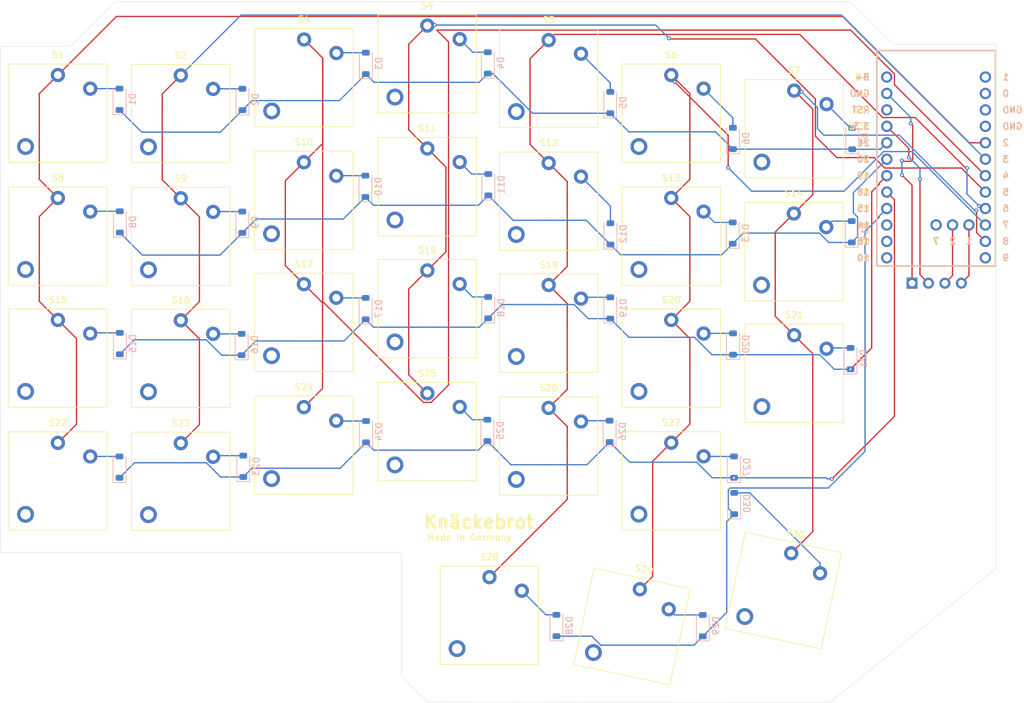
<source format=kicad_pcb>
(kicad_pcb (version 20241229) (generator "pcbnew") (generator_version "9.0")
  (layers (0 "F.Cu" signal) (2 "B.Cu" signal) (13 "F.Paste" user) (15 "B.Paste" user) (5 "F.SilkS" user "F.Silkscreen") (7 "B.SilkS" user "B.Silkscreen") (1 "F.Mask" user) (3 "B.Mask" user) (25 "Edge.Cuts" user))
  (net 0 "")
  (net 1 "Net-(D1-A)")
  (net 2 "Row_0_L")
  (net 3 "Net-(D2-A)")
  (net 4 "Net-(D3-A)")
  (net 5 "Net-(D4-A)")
  (net 6 "Net-(D5-A)")
  (net 7 "Net-(D6-A)")
  (net 8 "Net-(D7-A)")
  (net 9 "Net-(D8-A)")
  (net 10 "Row_1_L")
  (net 11 "Net-(D9-A)")
  (net 12 "Net-(D10-A)")
  (net 13 "Net-(D11-A)")
  (net 14 "Net-(D12-A)")
  (net 15 "Net-(D13-A)")
  (net 16 "Net-(D14-A)")
  (net 17 "Net-(D15-A)")
  (net 18 "Row_2_L")
  (net 19 "Net-(D16-A)")
  (net 20 "Net-(D17-A)")
  (net 21 "Net-(D18-A)")
  (net 22 "Net-(D19-A)")
  (net 23 "Net-(D20-A)")
  (net 24 "Net-(D21-A)")
  (net 25 "Net-(D22-A)")
  (net 26 "Row_3_L")
  (net 27 "Net-(D23-A)")
  (net 28 "Net-(D24-A)")
  (net 29 "Net-(D25-A)")
  (net 30 "Net-(D26-A)")
  (net 31 "Net-(D27-A)")
  (net 32 "Row_4_L")
  (net 33 "Net-(D28-A)")
  (net 34 "Net-(D29-A)")
  (net 35 "Net-(D30-A)")
  (net 36 "Col_0_L")
  (net 37 "Col_1_L")
  (net 38 "Col_2_L")
  (net 39 "Col_3_L")
  (net 40 "Col_4_L")
  (net 41 "Col_5_L")
  (net 42 "Col_6_L")
  (net 45 "SCL")
  (net 46 "GND")
  (net 48 "VCC")
  (net 50 "SDA")
  (footprint "ScottoKeebs_Choc:Choc_V2" (layer "F.Cu") (at 107.75 104.625)
    (property "Reference" "S24")
    (property "Value" "Keyswitch")
  )
  (footprint "ScottoKeebs_Choc:Choc_V2" (layer "F.Cu") (at 88.725 72.35)
    (property "Reference" "S9")
    (property "Value" "Keyswitch")
  )
  (footprint "ScottoKeebs_Choc:Choc_V2" (layer "F.Cu") (at 145.575 66.9)
    (property "Reference" "S12")
    (property "Value" "Keyswitch")
  )
  (footprint "ScottoKeebs_Choc:Choc_V2" (layer "F.Cu") (at 183.475 74.7)
    (property "Reference" "S14")
    (property "Value" "Keyswitch")
  )
  (footprint "ScottoKeebs_Choc:Choc_V2" (layer "F.Cu") (at 126.825 64.65)
    (property "Reference" "S11")
    (property "Value" "Keyswitch")
  )
  (footprint "ScottoKeebs_Choc:Choc_V2" (layer "F.Cu") (at 88.725 110.2)
    (property "Reference" "S23")
    (property "Value" "Keyswitch")
  )
  (footprint "ScottoKeebs_Choc:Choc_V2" (layer "F.Cu") (at 164.525 91.15)
    (property "Reference" "S20")
    (property "Value" "Keyswitch")
  )
  (footprint "ScottoKeebs_Choc:Choc_V2" (layer "F.Cu") (at 183.525 55.7)
    (property "Reference" "S7")
    (property "Value" "Keyswitch")
  )
  (footprint "ScottoKeebs_Choc:Choc_V2" (layer "F.Cu") (at 164.525 72.3)
    (property "Reference" "S13")
    (property "Value" "Keyswitch")
  )
  (footprint "ScottoKeebs_Choc:Choc_V2" (layer "F.Cu") (at 107.75 66.775)
    (property "Reference" "S10")
    (property "Value" "Keyswitch")
  )
  (footprint "ScottoKeebs_Choc:Choc_V2" (layer "F.Cu") (at 145.575 47.9)
    (property "Reference" "S5")
    (property "Value" "Keyswitch")
  )
  (footprint "ScottoKeebs_Choc:Choc_V2" (layer "F.Cu") (at 158.457294 132.645858 -11.94)
    (property "Reference" "S29")
    (property "Value" "Keyswitch")
  )
  (footprint "ScottoKeebs_Choc:Choc_V2" (layer "F.Cu") (at 126.825 102.5)
    (property "Reference" "S25")
    (property "Value" "Keyswitch")
  )
  (footprint "ScottoKeebs_Choc:Choc_V2" (layer "F.Cu") (at 107.775 47.8)
    (property "Reference" "S4")
    (property "Value" "Keyswitch")
  )
  (footprint "ScottoKeebs_Choc:Choc_V2" (layer "F.Cu") (at 126.825 83.5)
    (property "Reference" "S18")
    (property "Value" "Keyswitch")
  )
  (footprint "ScottoKeebs_Choc:Choc_V2" (layer "F.Cu") (at 136.425 130.9)
    (property "Reference" "S28")
    (property "Value" "Keyswitch")
  )
  (footprint "ScottoKeebs_Choc:Choc_V2" (layer "F.Cu") (at 88.725 91.2)
    (property "Reference" "S16")
    (property "Value" "Keyswitch")
  )
  (footprint "ScottoKeebs_Choc:Choc_V2" (layer "F.Cu") (at 164.525 53.3)
    (property "Reference" "S6")
    (property "Value" "Keyswitch")
  )
  (footprint "ScottoKeebs_Choc:Choc_V2" (layer "F.Cu") (at 183.525 93.5)
    (property "Reference" "S21")
    (property "Value" "Keyswitch")
  )
  (footprint "ScottoKeebs_Choc:Choc_V2" (layer "F.Cu") (at 69.725 91.15)
    (property "Reference" "S15")
    (property "Value" "Keyswitch")
  )
  (footprint "ScottoKeebs_Components:OLED_128x32" (layer "F.Cu") (at 211.54 77.97 -90)
    (property "Reference" "J1" (hide yes))
    (property "Value" "OLED_128x32")
  )
  (footprint "ScottoKeebs_Choc:Choc_V2" (layer "F.Cu") (at 181.847004 127.08335 -11.94)
    (property "Reference" "S30")
    (property "Value" "Keyswitch")
  )
  (footprint "ScottoKeebs_Choc:Choc_V2" (layer "F.Cu") (at 69.725 72.3)
    (property "Reference" "S8")
    (property "Value" "Keyswitch")
  )
  (footprint "ScottoKeebs_Choc:Choc_V2" (layer "F.Cu") (at 107.75 85.625)
    (property "Reference" "S17")
    (property "Value" "Keyswitch")
  )
  (footprint "ScottoKeebs_Choc:Choc_V2" (layer "F.Cu") (at 88.725 53.35)
    (property "Reference" "S2")
    (property "Value" "Keyswitch")
  )
  (footprint "ScottoKeebs_Choc:Choc_V2" (layer "F.Cu") (at 126.825 45.65)
    (property "Reference" "S4")
    (property "Value" "Keyswitch")
  )
  (footprint "ScottoKeebs_Choc:Choc_V2" (layer "F.Cu") (at 164.525 110.125)
    (property "Reference" "S27")
    (property "Value" "Keyswitch")
  )
  (footprint "ScottoKeebs_Choc:Choc_V2" (layer "F.Cu") (at 145.575 104.75)
    (property "Reference" "S26")
    (property "Value" "Keyswitch")
  )
  (footprint "ScottoKeebs_Choc:Choc_V2" (layer "F.Cu") (at 69.725 110.15)
    (property "Reference" "S22")
    (property "Value" "Keyswitch")
  )
  (footprint "ScottoKeebs_Choc:Choc_V2" (layer "F.Cu") (at 145.575 85.75)
    (property "Reference" "S19")
    (property "Value" "Keyswitch")
  )
  (footprint "ScottoKeebs_Choc:Choc_V2" (layer "F.Cu") (at 69.725 53.3)
    (property "Reference" "S1")
    (property "Value" "Keyswitch")
  )
  (footprint "Diode_SMD:D_SOD-123" (layer "B.Cu") (at 192.225 91.225 90)
    (property "Reference" "D21")
    (property "Value" "Diode")
  )
  (footprint "Diode_SMD:D_SOD-123" (layer "B.Cu") (at 79.25 51.15 90)
    (property "Reference" "D1")
    (property "Value" "Diode")
  )
  (footprint "Diode_SMD:D_SOD-123" (layer "B.Cu") (at 155.1 83.4 90)
    (property "Reference" "D19")
    (property "Value" "Diode")
  )
  (footprint "Diode_SMD:D_SOD-123" (layer "B.Cu") (at 117.325 45.6 90)
    (property "Reference" "D3")
    (property "Value" "Diode")
  )
  (footprint "Diode_SMD:D_SOD-123" (layer "B.Cu") (at 79.25 108 90)
    (property "Reference" "D22" (hide yes))
    (property "Value" "Diode")
  )
  (footprint "Diode_SMD:D_SOD-123" (layer "B.Cu") (at 117.35 102.525 90)
    (property "Reference" "D24")
    (property "Value" "Diode")
  )
  (footprint "ScottoKeebs_MCU:Nice_Nano_V2" (layer "B.Cu") (at 205.46 61.4 180)
    (property "Reference" "U1" (hide yes))
    (property "Value" "Nice_Nano_V2" (hide yes))
  )
  (footprint "Diode_SMD:D_SOD-123" (layer "B.Cu") (at 169.4 132.5 90)
    (property "Reference" "D29")
    (property "Value" "Diode")
  )
  (footprint "Diode_SMD:D_SOD-123" (layer "B.Cu") (at 192.5 57.225 90)
    (property "Reference" "D7")
    (property "Value" "Diode")
  )
  (footprint "Diode_SMD:D_SOD-123" (layer "B.Cu") (at 174.075 88.975 90)
    (property "Reference" "D20")
    (property "Value" "Diode")
  )
  (footprint "Diode_SMD:D_SOD-123" (layer "B.Cu") (at 98.225 70.15 90)
    (property "Reference" "D9")
    (property "Value" "Diode")
  )
  (footprint "Diode_SMD:D_SOD-123" (layer "B.Cu") (at 136.25 64.35 90)
    (property "Reference" "D11")
    (property "Value" "Diode")
  )
  (footprint "Diode_SMD:D_SOD-123" (layer "B.Cu") (at 136.1 102.325 90)
    (property "Reference" "D25")
    (property "Value" "Diode")
  )
  (footprint "Diode_SMD:D_SOD-123" (layer "B.Cu") (at 136.175 45.525 90)
    (property "Reference" "D4")
    (property "Value" "Diode")
  )
  (footprint "Diode_SMD:D_SOD-123" (layer "B.Cu") (at 98.25 51.175 90)
    (property "Reference" "D2")
    (property "Value" "Diode")
  )
  (footprint "Diode_SMD:D_SOD-123" (layer "B.Cu") (at 174.025 71.825 90)
    (property "Reference" "D13")
    (property "Value" "Diode")
  )
  (footprint "Diode_SMD:D_SOD-123" (layer "B.Cu") (at 117.3 83.5 90)
    (property "Reference" "D17")
    (property "Value" "Diode")
  )
  (footprint "Diode_SMD:D_SOD-123" (layer "B.Cu") (at 117.25 64.6 90)
    (property "Reference" "D10")
    (property "Value" "Diode")
  )
  (footprint "Diode_SMD:D_SOD-123" (layer "B.Cu") (at 146.775 132.475 90)
    (property "Reference" "D28")
    (property "Value" "Diode")
  )
  (footprint "Diode_SMD:D_SOD-123" (layer "B.Cu") (at 79.3 88.9 90)
    (property "Reference" "D15")
    (property "Value" "Diode")
  )
  (footprint "Diode_SMD:D_SOD-123" (layer "B.Cu") (at 174.25 113.625 90)
    (property "Reference" "D30")
    (property "Value" "Diode")
  )
  (footprint "Diode_SMD:D_SOD-123" (layer "B.Cu") (at 155.125 71.95 90)
    (property "Reference" "D12")
    (property "Value" "Diode")
  )
  (footprint "Diode_SMD:D_SOD-123" (layer "B.Cu") (at 174.05 57.2 90)
    (property "Reference" "D6")
    (property "Value" "Diode")
  )
  (footprint "Diode_SMD:D_SOD-123" (layer "B.Cu") (at 98.375 107.875 90)
    (property "Reference" "D23")
    (property "Value" "Diode")
  )
  (footprint "Diode_SMD:D_SOD-123" (layer "B.Cu") (at 155.1 51.65 90)
    (property "Reference" "D5")
    (property "Value" "Diode")
  )
  (footprint "Diode_SMD:D_SOD-123" (layer "B.Cu") (at 98.125 89.05 90)
    (property "Reference" "D16")
    (property "Value" "Diode")
  )
  (footprint "Diode_SMD:D_SOD-123" (layer "B.Cu") (at 155 102.475 90)
    (property "Reference" "D26")
    (property "Value" "Diode")
  )
  (footprint "Diode_SMD:D_SOD-123" (layer "B.Cu") (at 136.225 83.35 90)
    (property "Reference" "D18")
    (property "Value" "Diode")
  )
  (footprint "Diode_SMD:D_SOD-123" (layer "B.Cu") (at 174.225 108 90)
    (property "Reference" "D27")
    (property "Value" "Diode")
  )
  (footprint "Diode_SMD:D_SOD-123" (layer "B.Cu") (at 192.425 71.625 90)
    (property "Reference" "D14")
    (property "Value" "Diode")
  )
  (footprint "Diode_SMD:D_SOD-123" (layer "B.Cu") (at 79.3 70.1 90)
    (property "Reference" "D8")
    (property "Value" "Diode")
  )
  (gr_poly (pts (xy 60.8025 45.23) (xy 60.8025 42.97) (xy 71.6625 42.97) (xy 78.5625 36.07) (xy 192.2625 36.07) (xy 198.8625 42.67) (xy 214.7625 42.67) (xy 214.7625 123.653333) (xy 188.990167 144.414379) (xy 126.7625 144.27) (xy 122.8625 140.37) (xy 122.8625 121.77) (xy 122.9625 121.67) (xy 122.4625 121.17) (xy 60.8025 121.17) (xy 60.8025 45.23)) (stroke (width 0.05)) (fill no) (layer "Edge.Cuts"))
  (gr_text "Made in Germany\n" (at 126.65 119.425 0) (layer "F.SilkS") (effects (font (size 1 1)) (justify left bottom)))
  (gr_text "Knäckebrot" (at 126.075 117.65 0) (layer "F.SilkS") (effects (font (size 2.032 2.032) (thickness 0.4064) (bold yes)) (justify left bottom)))
  (segment (start 79.25 49.5) (end 74.725 49.5) (width 0.2) (layer "B.Cu") (net 1))
  (segment (start 143.089156 53.3) (end 155.1 53.3) (width 0.2) (layer "B.Cu") (net 2))
  (segment (start 117.325 47.25) (end 118.601 48.526) (width 0.2) (layer "B.Cu") (net 2))
  (segment (start 94.849 56.226) (end 98.25 52.825) (width 0.2) (layer "B.Cu") (net 2))
  (segment (start 113.226 51.349) (end 117.325 47.25) (width 0.2) (layer "B.Cu") (net 2))
  (segment (start 157.976 56.176) (end 171.376 56.176) (width 0.2) (layer "B.Cu") (net 2))
  (segment (start 98.25 52.825) (end 99.726 51.349) (width 0.2) (layer "B.Cu") (net 2))
  (segment (start 136.175 47.175) (end 136.964156 47.175) (width 0.2) (layer "B.Cu") (net 2))
  (segment (start 192.5 58.875) (end 196.835 58.875) (width 0.2) (layer "B.Cu") (net 2))
  (segment (start 192.82 59.195) (end 192.5 58.875) (width 0.2) (layer "B.Cu") (net 2))
  (segment (start 174.05 58.85) (end 192.475 58.85) (width 0.2) (layer "B.Cu") (net 2))
  (segment (start 99.726 51.349) (end 113.226 51.349) (width 0.2) (layer "B.Cu") (net 2))
  (segment (start 118.601 48.526) (end 134.824 48.526) (width 0.2) (layer "B.Cu") (net 2))
  (segment (start 82.676 56.226) (end 94.849 56.226) (width 0.2) (layer "B.Cu") (net 2))
  (segment (start 79.25 52.8) (end 82.676 56.226) (width 0.2) (layer "B.Cu") (net 2))
  (segment (start 196.835 58.875) (end 197.84 57.87) (width 0.2) (layer "B.Cu") (net 2))
  (segment (start 136.964156 47.175) (end 143.089156 53.3) (width 0.2) (layer "B.Cu") (net 2))
  (segment (start 192.475 58.85) (end 192.5 58.875) (width 0.2) (layer "B.Cu") (net 2))
  (segment (start 171.376 56.176) (end 174.05 58.85) (width 0.2) (layer "B.Cu") (net 2))
  (segment (start 155.1 53.3) (end 157.976 56.176) (width 0.2) (layer "B.Cu") (net 2))
  (segment (start 134.824 48.526) (end 136.175 47.175) (width 0.2) (layer "B.Cu") (net 2))
  (segment (start 98.25 49.525) (end 93.75 49.525) (width 0.2) (layer "B.Cu") (net 3))
  (segment (start 93.75 49.525) (end 93.725 49.55) (width 0.2) (layer "B.Cu") (net 3))
  (segment (start 112.825 43.95) (end 112.775 44) (width 0.2) (layer "B.Cu") (net 4))
  (segment (start 117.325 43.95) (end 112.825 43.95) (width 0.2) (layer "B.Cu") (net 4))
  (segment (start 136.175 43.875) (end 133.85 43.875) (width 0.2) (layer "B.Cu") (net 5))
  (segment (start 133.85 43.875) (end 131.825 41.85) (width 0.2) (layer "B.Cu") (net 5))
  (segment (start 155.1 50) (end 155.1 48.625) (width 0.2) (layer "B.Cu") (net 6))
  (segment (start 155.1 48.625) (end 150.575 44.1) (width 0.2) (layer "B.Cu") (net 6))
  (segment (start 174.05 54.025) (end 169.525 49.5) (width 0.2) (layer "B.Cu") (net 7))
  (segment (start 174.05 55.55) (end 174.05 54.025) (width 0.2) (layer "B.Cu") (net 7))
  (segment (start 192.2 55.575) (end 188.525 51.9) (width 0.2) (layer "B.Cu") (net 8))
  (segment (start 192.5 55.575) (end 192.2 55.575) (width 0.2) (layer "B.Cu") (net 8))
  (segment (start 74.775 68.45) (end 74.725 68.5) (width 0.2) (layer "B.Cu") (net 9))
  (segment (start 79.3 68.45) (end 74.775 68.45) (width 0.2) (layer "B.Cu") (net 9))
  (segment (start 136.25 66) (end 140.1 69.85) (width 0.2) (layer "B.Cu") (net 10))
  (segment (start 100.374 69.651) (end 113.849 69.651) (width 0.2) (layer "B.Cu") (net 10))
  (segment (start 94.799 75.226) (end 98.225 71.8) (width 0.2) (layer "B.Cu") (net 10))
  (segment (start 193.326 72.374) (end 192.425 73.275) (width 0.2) (layer "B.Cu") (net 10))
  (segment (start 140.1 69.85) (end 151.375 69.85) (width 0.2) (layer "B.Cu") (net 10))
  (segment (start 118.526 67.526) (end 134.724 67.526) (width 0.2) (layer "B.Cu") (net 10))
  (segment (start 188.868686 73.275) (end 187.417686 71.824) (width 0.2) (layer "B.Cu") (net 10))
  (segment (start 192.6775 68.7025) (end 192.6775 65.5725) (width 0.2) (layer "B.Cu") (net 10))
  (segment (start 113.849 69.651) (end 117.25 66.25) (width 0.2) (layer "B.Cu") (net 10))
  (segment (start 193.326 69.351) (end 193.326 72.374) (width 0.2) (layer "B.Cu") (net 10))
  (segment (start 187.417686 71.824) (end 175.676 71.824) (width 0.2) (layer "B.Cu") (net 10))
  (segment (start 172.324 75.176) (end 174.025 73.475) (width 0.2) (layer "B.Cu") (net 10))
  (segment (start 82.776 75.226) (end 94.799 75.226) (width 0.2) (layer "B.Cu") (net 10))
  (segment (start 98.225 71.8) (end 100.374 69.651) (width 0.2) (layer "B.Cu") (net 10))
  (segment (start 156.701 75.176) (end 172.324 75.176) (width 0.2) (layer "B.Cu") (net 10))
  (segment (start 192.6775 65.5725) (end 197.84 60.41) (width 0.2) (layer "B.Cu") (net 10))
  (segment (start 175.676 71.824) (end 174.025 73.475) (width 0.2) (layer "B.Cu") (net 10))
  (segment (start 134.724 67.526) (end 136.25 66) (width 0.2) (layer "B.Cu") (net 10))
  (segment (start 155.125 73.6) (end 156.701 75.176) (width 0.2) (layer "B.Cu") (net 10))
  (segment (start 79.3 71.75) (end 82.776 75.226) (width 0.2) (layer "B.Cu") (net 10))
  (segment (start 151.375 69.85) (end 155.125 73.6) (width 0.2) (layer "B.Cu") (net 10))
  (segment (start 192.425 73.275) (end 188.868686 73.275) (width 0.2) (layer "B.Cu") (net 10))
  (segment (start 117.25 66.25) (end 118.526 67.526) (width 0.2) (layer "B.Cu") (net 10))
  (segment (start 192.6775 68.7025) (end 193.326 69.351) (width 0.2) (layer "B.Cu") (net 10))
  (segment (start 98.225 68.5) (end 93.775 68.5) (width 0.2) (layer "B.Cu") (net 11))
  (segment (start 93.775 68.5) (end 93.725 68.55) (width 0.2) (layer "B.Cu") (net 11))
  (segment (start 112.775 62.95) (end 112.75 62.975) (width 0.2) (layer "B.Cu") (net 12))
  (segment (start 117.25 62.95) (end 112.775 62.95) (width 0.2) (layer "B.Cu") (net 12))
  (segment (start 136.25 62.7) (end 133.675 62.7) (width 0.2) (layer "B.Cu") (net 13))
  (segment (start 133.675 62.7) (end 131.825 60.85) (width 0.2) (layer "B.Cu") (net 13))
  (segment (start 155.125 67.65) (end 150.575 63.1) (width 0.2) (layer "B.Cu") (net 14))
  (segment (start 155.125 70.3) (end 155.125 67.65) (width 0.2) (layer "B.Cu") (net 14))
  (segment (start 171.2 70.175) (end 169.525 68.5) (width 0.2) (layer "B.Cu") (net 15))
  (segment (start 174.025 70.175) (end 171.2 70.175) (width 0.2) (layer "B.Cu") (net 15))
  (segment (start 189.4 69.975) (end 188.475 70.9) (width 0.2) (layer "B.Cu") (net 16))
  (segment (start 192.425 69.975) (end 189.4 69.975) (width 0.2) (layer "B.Cu") (net 16))
  (segment (start 74.825 87.25) (end 74.725 87.35) (width 0.2) (layer "B.Cu") (net 17))
  (segment (start 79.3 87.25) (end 74.825 87.25) (width 0.2) (layer "B.Cu") (net 17))
  (segment (start 195.5027 89.5973) (end 192.225 92.875) (width 0.2) (layer "F.Cu") (net 18))
  (segment (start 195.5027 65.4523) (end 195.5027 89.5973) (width 0.2) (layer "F.Cu") (net 18))
  (segment (start 196.68 64.11) (end 197.84 62.95) (width 0.2) (layer "F.Cu") (net 18))
  (segment (start 196.68 64.275) (end 196.68 64.11) (width 0.2) (layer "F.Cu") (net 18))
  (segment (start 196.68 64.275) (end 195.5027 65.4523) (width 0.2) (layer "F.Cu") (net 18))
  (via (at 192.225 92.875) (size 0.6) (drill 0.3) (layers "F.Cu" "B.Cu") (net 18))
  (segment (start 81.526 88.324) (end 92.667686 88.324) (width 0.2) (layer "B.Cu") (net 18))
  (segment (start 118.526 86.376) (end 117.3 85.15) (width 0.2) (layer "B.Cu") (net 18))
  (segment (start 79.3 90.55) (end 81.526 88.324) (width 0.2) (layer "B.Cu") (net 18))
  (segment (start 189.718686 92.875) (end 192.225 92.875) (width 0.2) (layer "B.Cu") (net 18))
  (segment (start 157.980314 87.930314) (end 168.124 87.930314) (width 0.2) (layer "B.Cu") (net 18))
  (segment (start 136.225 85) (end 134.849 86.376) (width 0.2) (layer "B.Cu") (net 18))
  (segment (start 149.517686 82.874) (end 151.693686 85.05) (width 0.2) (layer "B.Cu") (net 18))
  (segment (start 187.468686 90.625) (end 189.718686 92.875) (width 0.2) (layer "B.Cu") (net 18))
  (segment (start 138.351 82.874) (end 149.517686 82.874) (width 0.2) (layer "B.Cu") (net 18))
  (segment (start 98.125 90.7) (end 100.324 88.501) (width 0.2) (layer "B.Cu") (net 18))
  (segment (start 100.324 88.501) (end 113.949 88.501) (width 0.2) (layer "B.Cu") (net 18))
  (segment (start 92.667686 88.324) (end 95.043686 90.7) (width 0.2) (layer "B.Cu") (net 18))
  (segment (start 155.1 85.05) (end 157.980314 87.930314) (width 0.2) (layer "B.Cu") (net 18))
  (segment (start 151.693686 85.05) (end 155.1 85.05) (width 0.2) (layer "B.Cu") (net 18))
  (segment (start 134.849 86.376) (end 118.526 86.376) (width 0.2) (layer "B.Cu") (net 18))
  (segment (start 174.075 90.625) (end 187.468686 90.625) (width 0.2) (layer "B.Cu") (net 18))
  (segment (start 136.225 85) (end 138.351 82.874) (width 0.2) (layer "B.Cu") (net 18))
  (segment (start 170.818686 90.625) (end 174.075 90.625) (width 0.2) (layer "B.Cu") (net 18))
  (segment (start 95.043686 90.7) (end 98.125 90.7) (width 0.2) (layer "B.Cu") (net 18))
  (segment (start 168.124 87.930314) (end 170.818686 90.625) (width 0.2) (layer "B.Cu") (net 18))
  (segment (start 113.949 88.501) (end 117.3 85.15) (width 0.2) (layer "B.Cu") (net 18))
  (segment (start 98.125 87.4) (end 93.725 87.4) (width 0.2) (layer "B.Cu") (net 19))
  (segment (start 117.3 81.85) (end 112.775 81.85) (width 0.2) (layer "B.Cu") (net 20))
  (segment (start 112.775 81.85) (end 112.75 81.825) (width 0.2) (layer "B.Cu") (net 20))
  (segment (start 136.225 81.7) (end 133.825 81.7) (width 0.2) (layer "B.Cu") (net 21))
  (segment (start 133.825 81.7) (end 131.825 79.7) (width 0.2) (layer "B.Cu") (net 21))
  (segment (start 150.775 81.75) (end 150.575 81.95) (width 0.2) (layer "B.Cu") (net 22))
  (segment (start 155.1 81.75) (end 150.775 81.75) (width 0.2) (layer "B.Cu") (net 22))
  (segment (start 174.075 87.325) (end 169.55 87.325) (width 0.2) (layer "B.Cu") (net 23))
  (segment (start 169.55 87.325) (end 169.525 87.35) (width 0.2) (layer "B.Cu") (net 23))
  (segment (start 192.225 89.575) (end 188.65 89.575) (width 0.2) (layer "B.Cu") (net 24))
  (segment (start 188.65 89.575) (end 188.525 89.7) (width 0.2) (layer "B.Cu") (net 24))
  (segment (start 74.725 106.35) (end 74.725 106.075) (width 0.2) (layer "F.Cu") (net 25))
  (segment (start 74.725 106.075) (end 74.675 106.025) (width 0.2) (layer "F.Cu") (net 25))
  (segment (start 79.25 106.35) (end 74.725 106.35) (width 0.2) (layer "B.Cu") (net 25))
  (segment (start 189.35 109.825) (end 199.0173 100.1577) (width 0.2) (layer "F.Cu") (net 26))
  (segment (start 199.0173 100.1577) (end 199.0173 66.6673) (width 0.2) (layer "F.Cu") (net 26))
  (segment (start 199.0173 66.6673) (end 197.84 65.49) (width 0.2) (layer "F.Cu") (net 26))
  (via (at 189.35 109.825) (size 0.6) (drill 0.3) (layers "F.Cu" "B.Cu") (net 26))
  (via (at 174.225 109.65) (size 0.6) (drill 0.3) (layers "F.Cu" "B.Cu") (net 26))
  (segment (start 99.726 108.174) (end 98.375 109.525) (width 0.2) (layer "B.Cu") (net 26))
  (segment (start 189.35 109.825) (end 188.675 109.825) (width 0.2) (layer "B.Cu") (net 26))
  (segment (start 134.699 105.376) (end 136.1 103.975) (width 0.2) (layer "B.Cu") (net 26))
  (segment (start 139.751 107.626) (end 151.499 107.626) (width 0.2) (layer "B.Cu") (net 26))
  (segment (start 151.499 107.626) (end 155 104.125) (width 0.2) (layer "B.Cu") (net 26))
  (segment (start 79.25 109.65) (end 81.576 107.324) (width 0.2) (layer "B.Cu") (net 26))
  (segment (start 136.1 103.975) (end 139.751 107.626) (width 0.2) (layer "B.Cu") (net 26))
  (segment (start 81.576 107.324) (end 92.667686 107.324) (width 0.2) (layer "B.Cu") (net 26))
  (segment (start 113.351 108.174) (end 99.726 108.174) (width 0.2) (layer "B.Cu") (net 26))
  (segment (start 118.551 105.376) (end 134.699 105.376) (width 0.2) (layer "B.Cu") (net 26))
  (segment (start 92.667686 107.324) (end 94.868686 109.525) (width 0.2) (layer "B.Cu") (net 26))
  (segment (start 94.868686 109.525) (end 98.375 109.525) (width 0.2) (layer "B.Cu") (net 26))
  (segment (start 117.35 104.175) (end 118.551 105.376) (width 0.2) (layer "B.Cu") (net 26))
  (segment (start 188.675 109.825) (end 188.5 109.65) (width 0.2) (layer "B.Cu") (net 26))
  (segment (start 117.35 104.175) (end 113.351 108.174) (width 0.2) (layer "B.Cu") (net 26))
  (segment (start 168.467686 107.249) (end 170.868686 109.65) (width 0.2) (layer "B.Cu") (net 26))
  (segment (start 158.124 107.249) (end 168.467686 107.249) (width 0.2) (layer "B.Cu") (net 26))
  (segment (start 170.868686 109.65) (end 174.225 109.65) (width 0.2) (layer "B.Cu") (net 26))
  (segment (start 155 104.125) (end 158.124 107.249) (width 0.2) (layer "B.Cu") (net 26))
  (segment (start 188.5 109.65) (end 174.225 109.65) (width 0.2) (layer "B.Cu") (net 26))
  (segment (start 98.375 106.225) (end 93.9 106.225) (width 0.2) (layer "B.Cu") (net 27))
  (segment (start 93.9 106.225) (end 93.725 106.4) (width 0.2) (layer "B.Cu") (net 27))
  (segment (start 117.35 100.875) (end 112.8 100.875) (width 0.2) (layer "B.Cu") (net 28))
  (segment (start 112.8 100.875) (end 112.75 100.825) (width 0.2) (layer "B.Cu") (net 28))
  (segment (start 133.8 100.675) (end 131.825 98.7) (width 0.2) (layer "B.Cu") (net 29))
  (segment (start 136.1 100.675) (end 133.8 100.675) (width 0.2) (layer "B.Cu") (net 29))
  (segment (start 155 100.825) (end 150.7 100.825) (width 0.2) (layer "B.Cu") (net 30))
  (segment (start 150.7 100.825) (end 150.575 100.95) (width 0.2) (layer "B.Cu") (net 30))
  (segment (start 174.225 106.35) (end 169.55 106.35) (width 0.2) (layer "B.Cu") (net 31))
  (segment (start 169.55 106.35) (end 169.525 106.325) (width 0.2) (layer "B.Cu") (net 31))
  (segment (start 194.475 105.549943) (end 188.800943 111.224) (width 0.2) (layer "B.Cu") (net 32))
  (segment (start 196.6025 69.2675) (end 197.84 68.03) (width 0.2) (layer "B.Cu") (net 32))
  (segment (start 194.475 71.56) (end 194.475 105.549943) (width 0.2) (layer "B.Cu") (net 32))
  (segment (start 188.800943 111.224) (end 173.65089 111.224) (width 0.2) (layer "B.Cu") (net 32))
  (segment (start 196.6025 69.4325) (end 194.475 71.56) (width 0.2) (layer "B.Cu") (net 32))
  (segment (start 173.65089 111.224) (end 173.349 111.52589) (width 0.2) (layer "B.Cu") (net 32))
  (segment (start 153.636014 135.521858) (end 152.239156 134.125) (width 0.2) (layer "B.Cu") (net 32))
  (segment (start 173.349 111.52589) (end 173.349 114.374) (width 0.2) (layer "B.Cu") (net 32))
  (segment (start 168.028142 135.521858) (end 153.636014 135.521858) (width 0.2) (layer "B.Cu") (net 32))
  (segment (start 173.1 130.45) (end 169.4 134.15) (width 0.2) (layer "B.Cu") (net 32))
  (segment (start 173.1 116.425) (end 173.1 130.45) (width 0.2) (layer "B.Cu") (net 32))
  (segment (start 174.25 115.275) (end 173.1 116.425) (width 0.2) (layer "B.Cu") (net 32))
  (segment (start 152.239156 134.125) (end 146.775 134.125) (width 0.2) (layer "B.Cu") (net 32))
  (segment (start 196.68 69.355) (end 196.6025 69.4325) (width 0.2) (layer "B.Cu") (net 32))
  (segment (start 173.349 114.374) (end 174.25 115.275) (width 0.2) (layer "B.Cu") (net 32))
  (segment (start 169.4 134.15) (end 168.028142 135.521858) (width 0.2) (layer "B.Cu") (net 32))
  (segment (start 196.6025 69.4325) (end 196.6025 69.2675) (width 0.2) (layer "B.Cu") (net 32))
  (segment (start 145.15 130.825) (end 141.425 127.1) (width 0.2) (layer "B.Cu") (net 33))
  (segment (start 146.775 130.825) (end 145.15 130.825) (width 0.2) (layer "B.Cu") (net 33))
  (segment (start 169.4 130.85) (end 165.022781 130.85) (width 0.2) (layer "B.Cu") (net 34))
  (segment (start 165.022781 130.85) (end 164.135289 129.962508) (width 0.2) (layer "B.Cu") (net 34))
  (segment (start 174.25 111.975) (end 176.655634 111.975) (width 0.2) (layer "B.Cu") (net 35))
  (segment (start 187.525 122.844366) (end 187.525 124.4) (width 0.2) (layer "B.Cu") (net 35))
  (segment (start 176.655634 111.975) (end 187.525 122.844366) (width 0.2) (layer "B.Cu") (net 35))
  (segment (start 69.725 85.25) (end 72.601 88.126) (width 0.2) (layer "F.Cu") (net 36))
  (segment (start 69.725 47.4) (end 66.849 50.276) (width 0.2) (layer "F.Cu") (net 36))
  (segment (start 210.595 57.87) (end 213.08 57.87) (width 0.2) (layer "F.Cu") (net 36))
  (segment (start 191.074 38.349) (end 210.595 57.87) (width 0.2) (layer "F.Cu") (net 36))
  (segment (start 66.849 63.524) (end 69.725 66.4) (width 0.2) (layer "F.Cu") (net 36))
  (segment (start 66.849 50.276) (end 66.849 63.524) (width 0.2) (layer "F.Cu") (net 36))
  (segment (start 66.849 82.374) (end 69.725 85.25) (width 0.2) (layer "F.Cu") (net 36))
  (segment (start 78.776 38.349) (end 69.725 47.4) (width 0.2) (layer "F.Cu") (net 36))
  (segment (start 191.074 38.349) (end 78.776 38.349) (width 0.2) (layer "F.Cu") (net 36))
  (segment (start 72.601 101.374) (end 69.725 104.25) (width 0.2) (layer "F.Cu") (net 36))
  (segment (start 72.601 88.126) (end 72.601 101.374) (width 0.2) (layer "F.Cu") (net 36))
  (segment (start 69.725 66.4) (end 66.849 69.276) (width 0.2) (layer "F.Cu") (net 36))
  (segment (start 66.849 69.276) (end 66.849 82.374) (width 0.2) (layer "F.Cu") (net 36))
  (segment (start 91.601 101.424) (end 88.725 104.3) (width 0.2) (layer "F.Cu") (net 37))
  (segment (start 85.849 50.326) (end 85.849 63.574) (width 0.2) (layer "F.Cu") (net 37))
  (segment (start 88.725 47.45) (end 85.849 50.326) (width 0.2) (layer "F.Cu") (net 37))
  (segment (start 91.601 82.424) (end 88.725 85.3) (width 0.2) (layer "F.Cu") (net 37))
  (segment (start 85.849 63.574) (end 88.725 66.45) (width 0.2) (layer "F.Cu") (net 37))
  (segment (start 91.601 69.326) (end 91.601 82.424) (width 0.2) (layer "F.Cu") (net 37))
  (segment (start 91.601 88.176) (end 91.601 101.424) (width 0.2) (layer "F.Cu") (net 37))
  (segment (start 88.725 85.3) (end 91.601 88.176) (width 0.2) (layer "F.Cu") (net 37))
  (segment (start 88.725 66.45) (end 91.601 69.326) (width 0.2) (layer "F.Cu") (net 37))
  (segment (start 190.795 38.125) (end 213.08 60.41) (width 0.2) (layer "B.Cu") (net 37))
  (segment (start 98.05 38.125) (end 190.795 38.125) (width 0.2) (layer "B.Cu") (net 37))
  (segment (start 88.725 47.45) (end 98.05 38.125) (width 0.2) (layer "B.Cu") (net 37))
  (segment (start 104.874 76.849) (end 107.75 79.725) (width 0.2) (layer "F.Cu") (net 38))
  (segment (start 110.651 44.776) (end 110.651 57.974) (width 0.2) (layer "F.Cu") (net 38))
  (segment (start 110.651 44.776) (end 110.651 82.407314) (width 0.2) (layer "F.Cu") (net 38))
  (segment (start 110.626 82.601) (end 110.626 95.849) (width 0.2) (layer "F.Cu") (net 38))
  (segment (start 199.0173 47.222346) (end 199.0173 48.8873) (width 0.2) (layer "F.Cu") (net 38))
  (segment (start 126.244686 98.001) (end 127.405314 98.001) (width 0.2) (layer "F.Cu") (net 38))
  (segment (start 130.102 42.275) (end 128.276 40.449) (width 0.2) (layer "F.Cu") (net 38))
  (segment (start 110.651 57.974) (end 107.75 60.875) (width 0.2) (layer "F.Cu") (net 38))
  (segment (start 192.243954 40.449) (end 199.0173 47.222346) (width 0.2) (layer "F.Cu") (net 38))
  (segment (start 110.651 44.776) (end 107.775 41.9) (width 0.2) (layer "F.Cu") (net 38))
  (segment (start 128.276 40.449) (end 192.243954 40.449) (width 0.2) (layer "F.Cu") (net 38))
  (segment (start 199.0173 48.8873) (end 213.08 62.95) (width 0.2) (layer "F.Cu") (net 38))
  (segment (start 130.102 95.304314) (end 130.102 42.275) (width 0.2) (layer "F.Cu") (net 38))
  (segment (start 107.75 79.725) (end 110.626 82.601) (width 0.2) (layer "F.Cu") (net 38))
  (segment (start 110.626 95.849) (end 107.75 98.725) (width 0.2) (layer "F.Cu") (net 38))
  (segment (start 110.651 82.407314) (end 126.244686 98.001) (width 0.2) (layer "F.Cu") (net 38))
  (segment (start 127.405314 98.001) (end 130.102 95.304314) (width 0.2) (layer "F.Cu") (net 38))
  (segment (start 104.874 63.751) (end 104.874 76.849) (width 0.2) (layer "F.Cu") (net 38))
  (segment (start 107.75 60.875) (end 104.874 63.751) (width 0.2) (layer "F.Cu") (net 38))
  (segment (start 177.531314 41.825) (end 186.802 51.095686) (width 0.2) (layer "F.Cu") (net 39))
  (segment (start 129.701 61.626) (end 129.701 74.724) (width 0.2) (layer "F.Cu") (net 39))
  (segment (start 164.275 41.825) (end 177.531314 41.825) (width 0.2) (layer "F.Cu") (net 39))
  (segment (start 164.175 41.725) (end 164.275 41.825) (width 0.2) (layer "F.Cu") (net 39))
  (segment (start 195.9167 60.1567) (end 197.5327 61.7727) (width 0.2) (layer "F.Cu") (net 39))
  (segment (start 123.949 93.724) (end 126.825 96.6) (width 0.2) (layer "F.Cu") (net 39))
  (segment (start 197.5327 61.7727) (end 209.3627 61.7727) (width 0.2) (layer "F.Cu") (net 39))
  (segment (start 126.825 77.6) (end 123.949 80.476) (width 0.2) (layer "F.Cu") (net 39))
  (segment (start 190.1146 60.1567) (end 195.9167 60.1567) (width 0.2) (layer "F.Cu") (net 39))
  (segment (start 186.802 51.095686) (end 186.802 56.8441) (width 0.2) (layer "F.Cu") (net 39))
  (segment (start 186.802 56.8441) (end 190.1146 60.1567) (width 0.2) (layer "F.Cu") (net 39))
  (segment (start 123.949 42.626) (end 123.949 55.874) (width 0.2) (layer "F.Cu") (net 39))
  (segment (start 209.3627 61.7727) (end 213.08 65.49) (width 0.2) (layer "F.Cu") (net 39))
  (segment (start 126.825 58.75) (end 129.701 61.626) (width 0.2) (layer "F.Cu") (net 39))
  (segment (start 126.825 39.75) (end 123.949 42.626) (width 0.2) (layer "F.Cu") (net 39))
  (segment (start 123.949 80.476) (end 123.949 93.724) (width 0.2) (layer "F.Cu") (net 39))
  (segment (start 123.949 55.874) (end 126.825 58.75) (width 0.2) (layer "F.Cu") (net 39))
  (segment (start 129.701 74.724) (end 126.825 77.6) (width 0.2) (layer "F.Cu") (net 39))
  (via (at 127.975 39.675) (size 0.6) (drill 0.3) (layers "F.Cu" "B.Cu") (net 39))
  (via (at 164.175 41.725) (size 0.6) (drill 0.3) (layers "F.Cu" "B.Cu") (net 39))
  (segment (start 162.125 39.675) (end 127.975 39.675) (width 0.2) (layer "B.Cu") (net 39))
  (segment (start 164.175 41.725) (end 162.125 39.675) (width 0.2) (layer "B.Cu") (net 39))
  (segment (start 148.451 101.726) (end 148.451 112.974) (width 0.2) (layer "F.Cu") (net 40))
  (segment (start 148.451 95.974) (end 145.575 98.85) (width 0.2) (layer "F.Cu") (net 40))
  (segment (start 196.192346 52.9377) (end 184.378646 41.124) (width 0.2) (layer "F.Cu") (net 40))
  (segment (start 210.03 61.77) (end 210.23 61.77) (width 0.2) (layer "F.Cu") (net 40))
  (segment (start 145.575 61) (end 148.451 63.876) (width 0.2) (layer "F.Cu") (net 40))
  (segment (start 142.699 44.876) (end 142.699 58.124) (width 0.2) (layer "F.Cu") (net 40))
  (segment (start 197.221946 53.9673) (end 202.2273 53.9673) (width 0.2) (layer "F.Cu") (net 40))
  (segment (start 145.575 98.85) (end 148.451 101.726) (width 0.2) (layer "F.Cu") (net 40))
  (segment (start 196.192346 52.9377) (end 197.221946 53.9673) (width 0.2) (layer "F.Cu") (net 40))
  (segment (start 148.451 76.974) (end 145.575 79.85) (width 0.2) (layer "F.Cu") (net 40))
  (segment (start 202.2273 53.9673) (end 209.26 61) (width 0.2) (layer "F.Cu") (net 40))
  (segment (start 142.699 58.124) (end 145.575 61) (width 0.2) (layer "F.Cu") (net 40))
  (segment (start 145.575 79.85) (end 148.451 82.726) (width 0.2) (layer "F.Cu") (net 40))
  (segment (start 146.451 41.124) (end 145.575 42) (width 0.2) (layer "F.Cu") (net 40))
  (segment (start 148.451 82.726) (end 148.451 95.974) (width 0.2) (layer "F.Cu") (net 40))
  (segment (start 145.575 42) (end 142.699 44.876) (width 0.2) (layer "F.Cu") (net 40))
  (segment (start 209.26 61) (end 210.03 61.77) (width 0.2) (layer "F.Cu") (net 40))
  (segment (start 148.451 63.876) (end 148.451 76.974) (width 0.2) (layer "F.Cu") (net 40))
  (segment (start 148.451 112.974) (end 136.425 125) (width 0.2) (layer "F.Cu") (net 40))
  (segment (start 184.378646 41.124) (end 146.451 41.124) (width 0.2) (layer "F.Cu") (net 40))
  (via (at 212.072674 67.622651) (size 0.6) (drill 0.3) (layers "F.Cu" "B.Cu") (net 40))
  (via (at 210.23 61.77) (size 0.6) (drill 0.3) (layers "F.Cu" "B.Cu") (net 40))
  (segment (start 210.23 65.779977) (end 212.072674 67.622651) (width 0.2) (layer "B.Cu") (net 40))
  (segment (start 210.23 61.77) (end 210.23 65.779977) (width 0.2) (layer "B.Cu") (net 40))
  (segment (start 173.325 56.725) (end 165.05 48.45) (width 0.2) (layer "F.Cu") (net 41))
  (segment (start 167.401 63.524) (end 164.525 66.4) (width 0.2) (layer "F.Cu") (net 41))
  (segment (start 164.525 66.4) (end 167.401 69.276) (width 0.2) (layer "F.Cu") (net 41))
  (segment (start 164.525 85.25) (end 167.401 88.126) (width 0.2) (layer "F.Cu") (net 41))
  (segment (start 167.401 101.349) (end 164.525 104.225) (width 0.2) (layer "F.Cu") (net 41))
  (segment (start 164.525 104.225) (end 161.649 107.101) (width 0.2) (layer "F.Cu") (net 41))
  (segment (start 167.401 82.374) (end 164.525 85.25) (width 0.2) (layer "F.Cu") (net 41))
  (segment (start 167.401 88.126) (end 167.401 101.349) (width 0.2) (layer "F.Cu") (net 41))
  (segment (start 173.325 61.725) (end 173.325 56.725) (width 0.2) (layer "F.Cu") (net 41))
  (segment (start 164.525 47.4) (end 167.401 50.276) (width 0.2) (layer "F.Cu") (net 41))
  (segment (start 161.649 107.101) (end 161.649 124.902435) (width 0.2) (layer "F.Cu") (net 41))
  (segment (start 167.401 50.276) (end 167.401 63.524) (width 0.2) (layer "F.Cu") (net 41))
  (segment (start 161.649 124.902435) (end 159.677929 126.873506) (width 0.2) (layer "F.Cu") (net 41))
  (segment (start 167.401 69.276) (end 167.401 82.374) (width 0.2) (layer "F.Cu") (net 41))
  (via (at 165.05 48.45) (size 0.6) (drill 0.3) (layers "F.Cu" "B.Cu") (net 41))
  (via (at 173.325 61.725) (size 0.6) (drill 0.3) (layers "F.Cu" "B.Cu") (net 41))
  (segment (start 173.325 61.725) (end 176.95 65.35) (width 0.2) (layer "B.Cu") (net 41))
  (segment (start 197.352346 59.2327) (end 201.7427 59.2327) (width 0.2) (layer "B.Cu") (net 41))
  (segment (start 191.235046 65.35) (end 197.352346 59.2327) (width 0.2) (layer "B.Cu") (net 41))
  (segment (start 201.7427 59.2327) (end 213.08 70.57) (width 0.2) (layer "B.Cu") (net 41))
  (segment (start 176.95 65.35) (end 191.235046 65.35) (width 0.2) (layer "B.Cu") (net 41))
  (segment (start 184.675 49.975) (end 184.7 49.975) (width 0.2) (layer "F.Cu") (net 42))
  (segment (start 186.401 117.977637) (end 183.067639 121.310998) (width 0.2) (layer "F.Cu") (net 42))
  (segment (start 186.401 65.874) (end 183.475 68.8) (width 0.2) (layer "F.Cu") (net 42))
  (segment (start 211.6758 68.31727) (end 211.7173 68.35877) (width 0.2) (layer "F.Cu") (net 42))
  (segment (start 184.7 49.975) (end 184.8 50.075) (width 0.2) (layer "F.Cu") (net 42))
  (segment (start 180.599 84.674) (end 183.525 87.6) (width 0.2) (layer "F.Cu") (net 42))
  (segment (start 186.401 52.676) (end 186.401 65.874) (width 0.2) (layer "F.Cu") (net 42))
  (segment (start 180.599 71.676) (end 180.599 84.674) (width 0.2) (layer "F.Cu") (net 42))
  (segment (start 183.525 49.8) (end 186.401 52.676) (width 0.2) (layer "F.Cu") (net 42))
  (segment (start 183.475 68.8) (end 180.599 71.676) (width 0.2) (layer "F.Cu") (net 42))
  (segment (start 211.7173 71.7473) (end 213.08 73.11) (width 0.2) (layer "F.Cu") (net 42))
  (segment (start 183.525 87.6) (end 186.401 90.476) (width 0.2) (layer "F.Cu") (net 42))
  (segment (start 186.401 90.476) (end 186.401 117.977637) (width 0.2) (layer "F.Cu") (net 42))
  (segment (start 211.7173 68.35877) (end 211.7173 71.7473) (width 0.2) (layer "F.Cu") (net 42))
  (via (at 211.6758 68.31727) (size 0.6) (drill 0.3) (layers "F.Cu" "B.Cu") (net 42))
  (via (at 184.675 49.975) (size 0.6) (drill 0.3) (layers "F.Cu" "B.Cu") (net 42))
  (segment (start 211.39437 68.31727) (end 211.6758 68.31727) (width 0.2) (layer "B.Cu") (net 42))
  (segment (start 187.124 55.7017) (end 188.115 56.6927) (width 0.2) (layer "B.Cu") (net 42))
  (segment (start 211.38855 68.31145) (end 211.39437 68.31727) (width 0.2) (layer "B.Cu") (net 42))
  (segment (start 187.124 55.7017) (end 187.124 52.424) (width 0.2) (layer "B.Cu") (net 42))
  (segment (start 187.124 52.424) (end 184.675 49.975) (width 0.2) (layer "B.Cu") (net 42))
  (segment (start 199.7698 56.6927) (end 211.38855 68.31145) (width 0.2) (layer "B.Cu") (net 42))
  (segment (start 188.115 56.6927) (end 199.7698 56.6927) (width 0.2) (layer "B.Cu") (net 42))
  (segment (start 206.82 79.57) (end 208 78.39) (width 0.2) (layer "F.Cu") (net 45))
  (segment (start 208 78.39) (end 208 70.57) (width 0.2) (layer "F.Cu") (net 45))
  (segment (start 201.841 60.388943) (end 201.841 55.191) (width 0.2) (layer "F.Cu") (net 46))
  (segment (start 200.16 60.62) (end 200.281 60.741) (width 0.2) (layer "F.Cu") (net 46))
  (segment (start 201.74 79.57) (end 201.74 64.42) (width 0.2) (layer "F.Cu") (net 46))
  (segment (start 200.281 60.741) (end 201.488943 60.741) (width 0.2) (layer "F.Cu") (net 46))
  (segment (start 201.841 55.191) (end 201.55 54.9) (width 0.2) (layer "F.Cu") (net 46))
  (segment (start 201.488943 60.741) (end 201.841 60.388943) (width 0.2) (layer "F.Cu") (net 46))
  (segment (start 201.74 64.42) (end 200.18 62.86) (width 0.2) (layer "F.Cu") (net 46))
  (via (at 201.55 54.9) (size 0.6) (drill 0.3) (layers "F.Cu" "B.Cu") (net 46))
  (via (at 200.16 60.62) (size 0.6) (drill 0.3) (layers "F.Cu" "B.Cu") (net 46))
  (via (at 200.18 62.86) (size 0.6) (drill 0.3) (layers "F.Cu" "B.Cu") (net 46))
  (segment (start 201.55 53.96) (end 197.84 50.25) (width 0.2) (layer "B.Cu") (net 46))
  (segment (start 201.55 54.9) (end 201.55 53.96) (width 0.2) (layer "B.Cu") (net 46))
  (segment (start 200.18 62.86) (end 200.18 60.61) (width 0.2) (layer "B.Cu") (net 46))
  (segment (start 200.17 60.62) (end 200.16 60.62) (width 0.2) (layer "B.Cu") (net 46))
  (segment (start 200.18 60.61) (end 200.17 60.62) (width 0.2) (layer "B.Cu") (net 46))
  (segment (start 201.24 60.14) (end 201.24 58.73) (width 0.2) (layer "F.Cu") (net 48))
  (segment (start 201.24 58.73) (end 197.84 55.33) (width 0.2) (layer "F.Cu") (net 48))
  (segment (start 204.28 79.57) (end 202.97 78.26) (width 0.2) (layer "F.Cu") (net 48))
  (segment (start 202.97 78.26) (end 202.97 63.49) (width 0.2) (layer "F.Cu") (net 48))
  (via (at 202.97 63.49) (size 0.6) (drill 0.3) (layers "F.Cu" "B.Cu") (net 48))
  (via (at 201.24 60.14) (size 0.6) (drill 0.3) (layers "F.Cu" "B.Cu") (net 48))
  (segment (start 201.39 60.22) (end 201.39 60.17) (width 0.2) (layer "B.Cu") (net 48))
  (segment (start 202.97 61.8) (end 201.39 60.22) (width 0.2) (layer "B.Cu") (net 48))
  (segment (start 201.36 60.14) (end 201.24 60.14) (width 0.2) (layer "B.Cu") (net 48))
  (segment (start 201.39 60.17) (end 201.36 60.14) (width 0.2) (layer "B.Cu") (net 48))
  (segment (start 202.97 63.49) (end 202.97 61.8) (width 0.2) (layer "B.Cu") (net 48))
  (segment (start 210.54 78.39) (end 210.54 70.57) (width 0.2) (layer "F.Cu") (net 50))
  (segment (start 209.36 79.57) (end 210.54 78.39) (width 0.2) (layer "F.Cu") (net 50))
)
</source>
